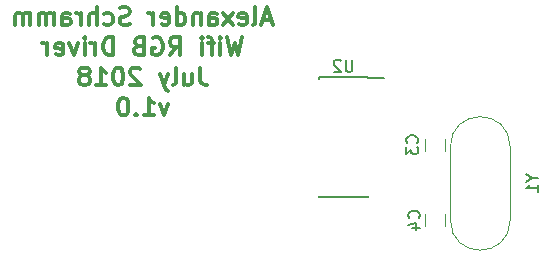
<source format=gbr>
G04 #@! TF.GenerationSoftware,KiCad,Pcbnew,(5.0.0-rc2-101-g68f6e3ad4)*
G04 #@! TF.CreationDate,2018-07-19T03:23:03+02:00*
G04 #@! TF.ProjectId,leddings,6C656464696E67732E6B696361645F70,rev?*
G04 #@! TF.SameCoordinates,Original*
G04 #@! TF.FileFunction,Legend,Bot*
G04 #@! TF.FilePolarity,Positive*
%FSLAX46Y46*%
G04 Gerber Fmt 4.6, Leading zero omitted, Abs format (unit mm)*
G04 Created by KiCad (PCBNEW (5.0.0-rc2-101-g68f6e3ad4)) date Thu Jul 19 03:23:03 2018*
%MOMM*%
%LPD*%
G01*
G04 APERTURE LIST*
%ADD10C,0.300000*%
%ADD11C,0.120000*%
%ADD12C,0.150000*%
G04 APERTURE END LIST*
D10*
X154402857Y-81515000D02*
X153688571Y-81515000D01*
X154545714Y-81943571D02*
X154045714Y-80443571D01*
X153545714Y-81943571D01*
X152831428Y-81943571D02*
X152974285Y-81872142D01*
X153045714Y-81729285D01*
X153045714Y-80443571D01*
X151688571Y-81872142D02*
X151831428Y-81943571D01*
X152117142Y-81943571D01*
X152260000Y-81872142D01*
X152331428Y-81729285D01*
X152331428Y-81157857D01*
X152260000Y-81015000D01*
X152117142Y-80943571D01*
X151831428Y-80943571D01*
X151688571Y-81015000D01*
X151617142Y-81157857D01*
X151617142Y-81300714D01*
X152331428Y-81443571D01*
X151117142Y-81943571D02*
X150331428Y-80943571D01*
X151117142Y-80943571D02*
X150331428Y-81943571D01*
X149117142Y-81943571D02*
X149117142Y-81157857D01*
X149188571Y-81015000D01*
X149331428Y-80943571D01*
X149617142Y-80943571D01*
X149760000Y-81015000D01*
X149117142Y-81872142D02*
X149260000Y-81943571D01*
X149617142Y-81943571D01*
X149760000Y-81872142D01*
X149831428Y-81729285D01*
X149831428Y-81586428D01*
X149760000Y-81443571D01*
X149617142Y-81372142D01*
X149260000Y-81372142D01*
X149117142Y-81300714D01*
X148402857Y-80943571D02*
X148402857Y-81943571D01*
X148402857Y-81086428D02*
X148331428Y-81015000D01*
X148188571Y-80943571D01*
X147974285Y-80943571D01*
X147831428Y-81015000D01*
X147760000Y-81157857D01*
X147760000Y-81943571D01*
X146402857Y-81943571D02*
X146402857Y-80443571D01*
X146402857Y-81872142D02*
X146545714Y-81943571D01*
X146831428Y-81943571D01*
X146974285Y-81872142D01*
X147045714Y-81800714D01*
X147117142Y-81657857D01*
X147117142Y-81229285D01*
X147045714Y-81086428D01*
X146974285Y-81015000D01*
X146831428Y-80943571D01*
X146545714Y-80943571D01*
X146402857Y-81015000D01*
X145117142Y-81872142D02*
X145260000Y-81943571D01*
X145545714Y-81943571D01*
X145688571Y-81872142D01*
X145760000Y-81729285D01*
X145760000Y-81157857D01*
X145688571Y-81015000D01*
X145545714Y-80943571D01*
X145260000Y-80943571D01*
X145117142Y-81015000D01*
X145045714Y-81157857D01*
X145045714Y-81300714D01*
X145760000Y-81443571D01*
X144402857Y-81943571D02*
X144402857Y-80943571D01*
X144402857Y-81229285D02*
X144331428Y-81086428D01*
X144260000Y-81015000D01*
X144117142Y-80943571D01*
X143974285Y-80943571D01*
X142402857Y-81872142D02*
X142188571Y-81943571D01*
X141831428Y-81943571D01*
X141688571Y-81872142D01*
X141617142Y-81800714D01*
X141545714Y-81657857D01*
X141545714Y-81515000D01*
X141617142Y-81372142D01*
X141688571Y-81300714D01*
X141831428Y-81229285D01*
X142117142Y-81157857D01*
X142260000Y-81086428D01*
X142331428Y-81015000D01*
X142402857Y-80872142D01*
X142402857Y-80729285D01*
X142331428Y-80586428D01*
X142260000Y-80515000D01*
X142117142Y-80443571D01*
X141760000Y-80443571D01*
X141545714Y-80515000D01*
X140260000Y-81872142D02*
X140402857Y-81943571D01*
X140688571Y-81943571D01*
X140831428Y-81872142D01*
X140902857Y-81800714D01*
X140974285Y-81657857D01*
X140974285Y-81229285D01*
X140902857Y-81086428D01*
X140831428Y-81015000D01*
X140688571Y-80943571D01*
X140402857Y-80943571D01*
X140260000Y-81015000D01*
X139617142Y-81943571D02*
X139617142Y-80443571D01*
X138974285Y-81943571D02*
X138974285Y-81157857D01*
X139045714Y-81015000D01*
X139188571Y-80943571D01*
X139402857Y-80943571D01*
X139545714Y-81015000D01*
X139617142Y-81086428D01*
X138260000Y-81943571D02*
X138260000Y-80943571D01*
X138260000Y-81229285D02*
X138188571Y-81086428D01*
X138117142Y-81015000D01*
X137974285Y-80943571D01*
X137831428Y-80943571D01*
X136688571Y-81943571D02*
X136688571Y-81157857D01*
X136760000Y-81015000D01*
X136902857Y-80943571D01*
X137188571Y-80943571D01*
X137331428Y-81015000D01*
X136688571Y-81872142D02*
X136831428Y-81943571D01*
X137188571Y-81943571D01*
X137331428Y-81872142D01*
X137402857Y-81729285D01*
X137402857Y-81586428D01*
X137331428Y-81443571D01*
X137188571Y-81372142D01*
X136831428Y-81372142D01*
X136688571Y-81300714D01*
X135974285Y-81943571D02*
X135974285Y-80943571D01*
X135974285Y-81086428D02*
X135902857Y-81015000D01*
X135760000Y-80943571D01*
X135545714Y-80943571D01*
X135402857Y-81015000D01*
X135331428Y-81157857D01*
X135331428Y-81943571D01*
X135331428Y-81157857D02*
X135260000Y-81015000D01*
X135117142Y-80943571D01*
X134902857Y-80943571D01*
X134760000Y-81015000D01*
X134688571Y-81157857D01*
X134688571Y-81943571D01*
X133974285Y-81943571D02*
X133974285Y-80943571D01*
X133974285Y-81086428D02*
X133902857Y-81015000D01*
X133760000Y-80943571D01*
X133545714Y-80943571D01*
X133402857Y-81015000D01*
X133331428Y-81157857D01*
X133331428Y-81943571D01*
X133331428Y-81157857D02*
X133260000Y-81015000D01*
X133117142Y-80943571D01*
X132902857Y-80943571D01*
X132760000Y-81015000D01*
X132688571Y-81157857D01*
X132688571Y-81943571D01*
X151938571Y-82993571D02*
X151581428Y-84493571D01*
X151295714Y-83422142D01*
X151010000Y-84493571D01*
X150652857Y-82993571D01*
X150081428Y-84493571D02*
X150081428Y-83493571D01*
X150081428Y-82993571D02*
X150152857Y-83065000D01*
X150081428Y-83136428D01*
X150010000Y-83065000D01*
X150081428Y-82993571D01*
X150081428Y-83136428D01*
X149581428Y-83493571D02*
X149010000Y-83493571D01*
X149367142Y-84493571D02*
X149367142Y-83207857D01*
X149295714Y-83065000D01*
X149152857Y-82993571D01*
X149010000Y-82993571D01*
X148510000Y-84493571D02*
X148510000Y-83493571D01*
X148510000Y-82993571D02*
X148581428Y-83065000D01*
X148510000Y-83136428D01*
X148438571Y-83065000D01*
X148510000Y-82993571D01*
X148510000Y-83136428D01*
X145795714Y-84493571D02*
X146295714Y-83779285D01*
X146652857Y-84493571D02*
X146652857Y-82993571D01*
X146081428Y-82993571D01*
X145938571Y-83065000D01*
X145867142Y-83136428D01*
X145795714Y-83279285D01*
X145795714Y-83493571D01*
X145867142Y-83636428D01*
X145938571Y-83707857D01*
X146081428Y-83779285D01*
X146652857Y-83779285D01*
X144367142Y-83065000D02*
X144510000Y-82993571D01*
X144724285Y-82993571D01*
X144938571Y-83065000D01*
X145081428Y-83207857D01*
X145152857Y-83350714D01*
X145224285Y-83636428D01*
X145224285Y-83850714D01*
X145152857Y-84136428D01*
X145081428Y-84279285D01*
X144938571Y-84422142D01*
X144724285Y-84493571D01*
X144581428Y-84493571D01*
X144367142Y-84422142D01*
X144295714Y-84350714D01*
X144295714Y-83850714D01*
X144581428Y-83850714D01*
X143152857Y-83707857D02*
X142938571Y-83779285D01*
X142867142Y-83850714D01*
X142795714Y-83993571D01*
X142795714Y-84207857D01*
X142867142Y-84350714D01*
X142938571Y-84422142D01*
X143081428Y-84493571D01*
X143652857Y-84493571D01*
X143652857Y-82993571D01*
X143152857Y-82993571D01*
X143010000Y-83065000D01*
X142938571Y-83136428D01*
X142867142Y-83279285D01*
X142867142Y-83422142D01*
X142938571Y-83565000D01*
X143010000Y-83636428D01*
X143152857Y-83707857D01*
X143652857Y-83707857D01*
X141010000Y-84493571D02*
X141010000Y-82993571D01*
X140652857Y-82993571D01*
X140438571Y-83065000D01*
X140295714Y-83207857D01*
X140224285Y-83350714D01*
X140152857Y-83636428D01*
X140152857Y-83850714D01*
X140224285Y-84136428D01*
X140295714Y-84279285D01*
X140438571Y-84422142D01*
X140652857Y-84493571D01*
X141010000Y-84493571D01*
X139510000Y-84493571D02*
X139510000Y-83493571D01*
X139510000Y-83779285D02*
X139438571Y-83636428D01*
X139367142Y-83565000D01*
X139224285Y-83493571D01*
X139081428Y-83493571D01*
X138581428Y-84493571D02*
X138581428Y-83493571D01*
X138581428Y-82993571D02*
X138652857Y-83065000D01*
X138581428Y-83136428D01*
X138510000Y-83065000D01*
X138581428Y-82993571D01*
X138581428Y-83136428D01*
X138010000Y-83493571D02*
X137652857Y-84493571D01*
X137295714Y-83493571D01*
X136152857Y-84422142D02*
X136295714Y-84493571D01*
X136581428Y-84493571D01*
X136724285Y-84422142D01*
X136795714Y-84279285D01*
X136795714Y-83707857D01*
X136724285Y-83565000D01*
X136581428Y-83493571D01*
X136295714Y-83493571D01*
X136152857Y-83565000D01*
X136081428Y-83707857D01*
X136081428Y-83850714D01*
X136795714Y-83993571D01*
X135438571Y-84493571D02*
X135438571Y-83493571D01*
X135438571Y-83779285D02*
X135367142Y-83636428D01*
X135295714Y-83565000D01*
X135152857Y-83493571D01*
X135010000Y-83493571D01*
X148367142Y-85543571D02*
X148367142Y-86615000D01*
X148438571Y-86829285D01*
X148581428Y-86972142D01*
X148795714Y-87043571D01*
X148938571Y-87043571D01*
X147010000Y-86043571D02*
X147010000Y-87043571D01*
X147652857Y-86043571D02*
X147652857Y-86829285D01*
X147581428Y-86972142D01*
X147438571Y-87043571D01*
X147224285Y-87043571D01*
X147081428Y-86972142D01*
X147010000Y-86900714D01*
X146081428Y-87043571D02*
X146224285Y-86972142D01*
X146295714Y-86829285D01*
X146295714Y-85543571D01*
X145652857Y-86043571D02*
X145295714Y-87043571D01*
X144938571Y-86043571D02*
X145295714Y-87043571D01*
X145438571Y-87400714D01*
X145510000Y-87472142D01*
X145652857Y-87543571D01*
X143295714Y-85686428D02*
X143224285Y-85615000D01*
X143081428Y-85543571D01*
X142724285Y-85543571D01*
X142581428Y-85615000D01*
X142510000Y-85686428D01*
X142438571Y-85829285D01*
X142438571Y-85972142D01*
X142510000Y-86186428D01*
X143367142Y-87043571D01*
X142438571Y-87043571D01*
X141510000Y-85543571D02*
X141367142Y-85543571D01*
X141224285Y-85615000D01*
X141152857Y-85686428D01*
X141081428Y-85829285D01*
X141010000Y-86115000D01*
X141010000Y-86472142D01*
X141081428Y-86757857D01*
X141152857Y-86900714D01*
X141224285Y-86972142D01*
X141367142Y-87043571D01*
X141510000Y-87043571D01*
X141652857Y-86972142D01*
X141724285Y-86900714D01*
X141795714Y-86757857D01*
X141867142Y-86472142D01*
X141867142Y-86115000D01*
X141795714Y-85829285D01*
X141724285Y-85686428D01*
X141652857Y-85615000D01*
X141510000Y-85543571D01*
X139581428Y-87043571D02*
X140438571Y-87043571D01*
X140010000Y-87043571D02*
X140010000Y-85543571D01*
X140152857Y-85757857D01*
X140295714Y-85900714D01*
X140438571Y-85972142D01*
X138724285Y-86186428D02*
X138867142Y-86115000D01*
X138938571Y-86043571D01*
X139010000Y-85900714D01*
X139010000Y-85829285D01*
X138938571Y-85686428D01*
X138867142Y-85615000D01*
X138724285Y-85543571D01*
X138438571Y-85543571D01*
X138295714Y-85615000D01*
X138224285Y-85686428D01*
X138152857Y-85829285D01*
X138152857Y-85900714D01*
X138224285Y-86043571D01*
X138295714Y-86115000D01*
X138438571Y-86186428D01*
X138724285Y-86186428D01*
X138867142Y-86257857D01*
X138938571Y-86329285D01*
X139010000Y-86472142D01*
X139010000Y-86757857D01*
X138938571Y-86900714D01*
X138867142Y-86972142D01*
X138724285Y-87043571D01*
X138438571Y-87043571D01*
X138295714Y-86972142D01*
X138224285Y-86900714D01*
X138152857Y-86757857D01*
X138152857Y-86472142D01*
X138224285Y-86329285D01*
X138295714Y-86257857D01*
X138438571Y-86186428D01*
X145652857Y-88593571D02*
X145295714Y-89593571D01*
X144938571Y-88593571D01*
X143581428Y-89593571D02*
X144438571Y-89593571D01*
X144010000Y-89593571D02*
X144010000Y-88093571D01*
X144152857Y-88307857D01*
X144295714Y-88450714D01*
X144438571Y-88522142D01*
X142938571Y-89450714D02*
X142867142Y-89522142D01*
X142938571Y-89593571D01*
X143010000Y-89522142D01*
X142938571Y-89450714D01*
X142938571Y-89593571D01*
X141938571Y-88093571D02*
X141795714Y-88093571D01*
X141652857Y-88165000D01*
X141581428Y-88236428D01*
X141510000Y-88379285D01*
X141438571Y-88665000D01*
X141438571Y-89022142D01*
X141510000Y-89307857D01*
X141581428Y-89450714D01*
X141652857Y-89522142D01*
X141795714Y-89593571D01*
X141938571Y-89593571D01*
X142081428Y-89522142D01*
X142152857Y-89450714D01*
X142224285Y-89307857D01*
X142295714Y-89022142D01*
X142295714Y-88665000D01*
X142224285Y-88379285D01*
X142152857Y-88236428D01*
X142081428Y-88165000D01*
X141938571Y-88093571D01*
D11*
G04 #@! TO.C,C3*
X169125000Y-91575000D02*
X169125000Y-92575000D01*
X167425000Y-92575000D02*
X167425000Y-91575000D01*
G04 #@! TO.C,C4*
X169125000Y-97945000D02*
X169125000Y-98945000D01*
X167425000Y-98945000D02*
X167425000Y-97945000D01*
D12*
G04 #@! TO.C,U2*
X162570000Y-86390000D02*
X163945000Y-86390000D01*
X162570000Y-96515000D02*
X158420000Y-96515000D01*
X162570000Y-86365000D02*
X158420000Y-86365000D01*
X162570000Y-96515000D02*
X162570000Y-96410000D01*
X158420000Y-96515000D02*
X158420000Y-96410000D01*
X158420000Y-86365000D02*
X158420000Y-86470000D01*
X162570000Y-86365000D02*
X162570000Y-86390000D01*
D11*
G04 #@! TO.C,Y1*
X174610000Y-98475000D02*
G75*
G02X169560000Y-98475000I-2525000J0D01*
G01*
X174610000Y-92225000D02*
G75*
G03X169560000Y-92225000I-2525000J0D01*
G01*
X174610000Y-92225000D02*
X174610000Y-98475000D01*
X169560000Y-92225000D02*
X169560000Y-98475000D01*
G04 #@! TO.C,C3*
D12*
X166727142Y-91908333D02*
X166774761Y-91860714D01*
X166822380Y-91717857D01*
X166822380Y-91622619D01*
X166774761Y-91479761D01*
X166679523Y-91384523D01*
X166584285Y-91336904D01*
X166393809Y-91289285D01*
X166250952Y-91289285D01*
X166060476Y-91336904D01*
X165965238Y-91384523D01*
X165870000Y-91479761D01*
X165822380Y-91622619D01*
X165822380Y-91717857D01*
X165870000Y-91860714D01*
X165917619Y-91908333D01*
X165822380Y-92241666D02*
X165822380Y-92860714D01*
X166203333Y-92527380D01*
X166203333Y-92670238D01*
X166250952Y-92765476D01*
X166298571Y-92813095D01*
X166393809Y-92860714D01*
X166631904Y-92860714D01*
X166727142Y-92813095D01*
X166774761Y-92765476D01*
X166822380Y-92670238D01*
X166822380Y-92384523D01*
X166774761Y-92289285D01*
X166727142Y-92241666D01*
G04 #@! TO.C,C4*
X166882142Y-98278333D02*
X166929761Y-98230714D01*
X166977380Y-98087857D01*
X166977380Y-97992619D01*
X166929761Y-97849761D01*
X166834523Y-97754523D01*
X166739285Y-97706904D01*
X166548809Y-97659285D01*
X166405952Y-97659285D01*
X166215476Y-97706904D01*
X166120238Y-97754523D01*
X166025000Y-97849761D01*
X165977380Y-97992619D01*
X165977380Y-98087857D01*
X166025000Y-98230714D01*
X166072619Y-98278333D01*
X166310714Y-99135476D02*
X166977380Y-99135476D01*
X165929761Y-98897380D02*
X166644047Y-98659285D01*
X166644047Y-99278333D01*
G04 #@! TO.C,U2*
X161256904Y-84892380D02*
X161256904Y-85701904D01*
X161209285Y-85797142D01*
X161161666Y-85844761D01*
X161066428Y-85892380D01*
X160875952Y-85892380D01*
X160780714Y-85844761D01*
X160733095Y-85797142D01*
X160685476Y-85701904D01*
X160685476Y-84892380D01*
X160256904Y-84987619D02*
X160209285Y-84940000D01*
X160114047Y-84892380D01*
X159875952Y-84892380D01*
X159780714Y-84940000D01*
X159733095Y-84987619D01*
X159685476Y-85082857D01*
X159685476Y-85178095D01*
X159733095Y-85320952D01*
X160304523Y-85892380D01*
X159685476Y-85892380D01*
G04 #@! TO.C,Y1*
X176506190Y-94873809D02*
X176982380Y-94873809D01*
X175982380Y-94540476D02*
X176506190Y-94873809D01*
X175982380Y-95207142D01*
X176982380Y-96064285D02*
X176982380Y-95492857D01*
X176982380Y-95778571D02*
X175982380Y-95778571D01*
X176125238Y-95683333D01*
X176220476Y-95588095D01*
X176268095Y-95492857D01*
G04 #@! TD*
M02*

</source>
